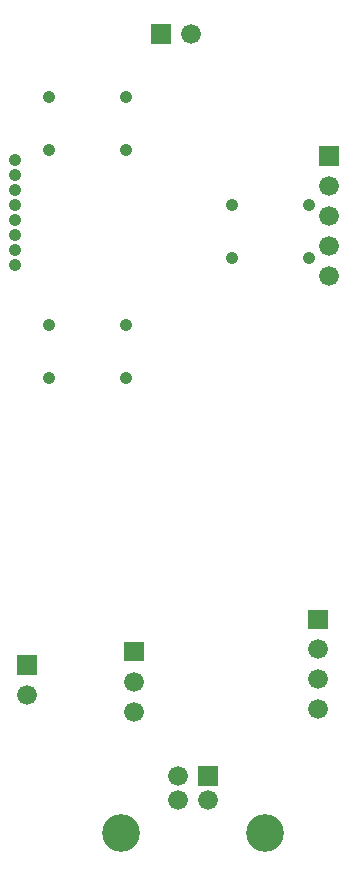
<source format=gbr>
G04 start of page 5 for group -4062 idx -4062
G04 Title: (unknown), soldermask *
G04 Creator: pcb 20070912 *
G04 CreationDate: Mon May 19 07:55:49 2008 UTC *
G04 For: sean *
G04 Format: Gerber/RS-274X *
G04 PCB-Dimensions: 132000 290000 *
G04 PCB-Coordinate-Origin: lower left *
%MOIN*%
%FSLAX24Y24*%
%LNBACKMASK*%
%ADD12C,0.0200*%
%ADD34C,0.0660*%
%ADD35C,0.0420*%
%ADD36C,0.1260*%
G54D12*G36*
X6480Y28470D02*Y27810D01*
X7140D01*
Y28470D01*
X6480D01*
G37*
G54D34*X7810Y28140D03*
G54D12*G36*
X12080Y24410D02*Y23750D01*
X12740D01*
Y24410D01*
X12080D01*
G37*
G54D34*X12410Y23080D03*
Y22080D03*
Y21080D03*
Y20080D03*
G54D35*X11719Y20654D03*
G54D12*G36*
X11690Y8950D02*Y8290D01*
X12350D01*
Y8950D01*
X11690D01*
G37*
G54D35*X9160Y22425D03*
X11719D03*
X9160Y20654D03*
X3060Y18425D03*
X5619D03*
Y16654D03*
Y26025D03*
Y24254D03*
X3060Y16654D03*
X1920Y23950D03*
Y23450D03*
Y22950D03*
X3060Y26025D03*
Y24254D03*
X1920Y22450D03*
Y21950D03*
Y21450D03*
Y20950D03*
Y20450D03*
G54D34*X12020Y7620D03*
Y6620D03*
Y5620D03*
G54D36*X10260Y1490D03*
G54D12*G36*
X5580Y7880D02*Y7220D01*
X6240D01*
Y7880D01*
X5580D01*
G37*
G36*
X2010Y7440D02*Y6780D01*
X2670D01*
Y7440D01*
X2010D01*
G37*
G54D34*X2340Y6110D03*
X5910Y6550D03*
Y5550D03*
G54D12*G36*
X8030Y3720D02*Y3060D01*
X8690D01*
Y3720D01*
X8030D01*
G37*
G54D34*X7360Y3390D03*
Y2590D03*
X8360D03*
G54D36*X5460Y1490D03*
M02*

</source>
